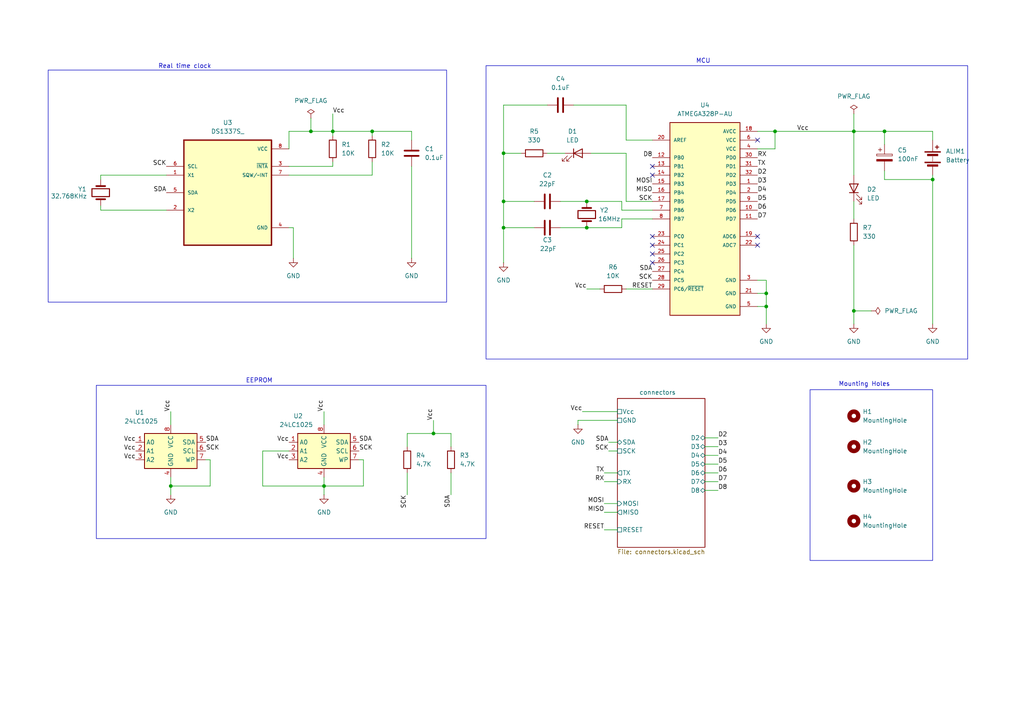
<source format=kicad_sch>
(kicad_sch (version 20231120) (generator "eeschema") (generator_version "8.0")
  (paper "A4")
  (title_block (title "${project_name}") (date "2024-06-07") (rev "1"))
  (lib_symbols
    (symbol "ATMEGA328P-AU:ATMEGA328P-AU" (pin_names (offset 1.016))
      (property "Reference" "U4" (at 0 33.02 0))
      (property "Value" "ATMEGA328P-AU" (at 0 30.48 0))
      (symbol "ATMEGA328P-AU_0_0"
        (rectangle (start -10.16 -27.94) (end 10.16 27.94) (stroke (width 0.254)) (fill (type background)))
        (pin bidirectional line (at 15.24 10.16 180) (length 5.08) (name "PD3") (number "1"))
        (pin bidirectional line (at 15.24 2.54 180) (length 5.08) (name "PD6") (number "10"))
        (pin bidirectional line (at 15.24 0 180) (length 5.08) (name "PD7") (number "11"))
        (pin bidirectional line (at -15.24 17.78 0) (length 5.08) (name "PB0") (number "12"))
        (pin bidirectional line (at -15.24 15.24 0) (length 5.08) (name "PB1") (number "13"))
        (pin bidirectional line (at -15.24 12.7 0) (length 5.08) (name "PB2") (number "14"))
        (pin bidirectional line (at -15.24 10.16 0) (length 5.08) (name "PB3") (number "15"))
        (pin bidirectional line (at -15.24 7.62 0) (length 5.08) (name "PB4") (number "16"))
        (pin bidirectional line (at -15.24 5.08 0) (length 5.08) (name "PB5") (number "17"))
        (pin power_in line (at 15.24 25.4 180) (length 5.08) (name "AVCC") (number "18"))
        (pin bidirectional line (at 15.24 -5.08 180) (length 5.08) (name "ADC6") (number "19"))
        (pin bidirectional line (at 15.24 7.62 180) (length 5.08) (name "PD4") (number "2"))
        (pin input line (at -15.24 22.86 0) (length 5.08) (name "AREF") (number "20"))
        (pin power_in line (at 15.24 -21.59 180) (length 5.08) (name "GND") (number "21"))
        (pin bidirectional line (at 15.24 -7.62 180) (length 5.08) (name "ADC7") (number "22"))
        (pin bidirectional line (at -15.24 -5.08 0) (length 5.08) (name "PC0") (number "23"))
        (pin bidirectional line (at -15.24 -7.62 0) (length 5.08) (name "PC1") (number "24"))
        (pin bidirectional line (at -15.24 -10.16 0) (length 5.08) (name "PC2") (number "25"))
        (pin bidirectional line (at -15.24 -12.7 0) (length 5.08) (name "PC3") (number "26"))
        (pin bidirectional line (at -15.24 -15.24 0) (length 5.08) (name "PC4") (number "27"))
        (pin bidirectional line (at -15.24 -17.78 0) (length 5.08) (name "PC5") (number "28"))
        (pin bidirectional line (at -15.24 -20.32 0) (length 5.08) (name "PC6/~{RESET}") (number "29"))
        (pin power_in line (at 15.24 -17.78 180) (length 5.08) (name "GND") (number "3"))
        (pin bidirectional line (at 15.24 17.78 180) (length 5.08) (name "PD0") (number "30"))
        (pin bidirectional line (at 15.24 15.24 180) (length 5.08) (name "PD1") (number "31"))
        (pin bidirectional line (at 15.24 12.7 180) (length 5.08) (name "PD2") (number "32"))
        (pin power_in line (at 15.24 20.32 180) (length 5.08) (name "VCC") (number "4"))
        (pin power_in line (at 15.24 -25.4 180) (length 5.08) (name "GND") (number "5"))
        (pin power_in line (at 15.24 22.86 180) (length 5.08) (name "VCC") (number "6"))
        (pin bidirectional line (at -15.24 2.54 0) (length 5.08) (name "PB6") (number "7"))
        (pin bidirectional line (at -15.24 0 0) (length 5.08) (name "PB7") (number "8"))
        (pin bidirectional line (at 15.24 5.08 180) (length 5.08) (name "PD5") (number "9"))
      )
    )
    (symbol "DS1337S:DS1337S_" (pin_names (offset 1.016))
      (property "Reference" "U" (at -12.7 16.24 0))
      (property "Value" "DS1337S_" (at -12.7 -19.24 0))
      (symbol "DS1337S__0_0"
        (rectangle (start -12.7 -15.24) (end 12.7 15.24) (stroke (width 0.41)) (fill (type background)))
        (pin input line (at -17.78 5.08 0) (length 5.08) (name "X1") (number "1"))
        (pin bidirectional line (at -17.78 -5.08 0) (length 5.08) (name "X2") (number "2"))
        (pin output line (at 17.78 7.62 180) (length 5.08) (name "~{INTA}") (number "3"))
        (pin power_in line (at 17.78 -10.16 180) (length 5.08) (name "GND") (number "4"))
        (pin bidirectional line (at -17.78 0 0) (length 5.08) (name "SDA") (number "5"))
        (pin input line (at -17.78 7.62 0) (length 5.08) (name "SCL") (number "6"))
        (pin output line (at 17.78 5.08 180) (length 5.08) (name "SQW/~INT") (number "7"))
        (pin power_in line (at 17.78 12.7 180) (length 5.08) (name "VCC") (number "8"))
      )
    )
    (symbol "Device:Battery" (pin_numbers hide) (pin_names (offset 0) hide)
      (property "Reference" "BT" (at 2.54 2.54 0))
      (property "Value" "Battery" (at 2.54 0 0))
      (symbol "Battery_0_1"
        (rectangle (start -2.286 -1.27) (end 2.286 -1.524) (fill (type outline)))
        (rectangle (start -2.286 1.778) (end 2.286 1.524) (fill (type outline)))
        (rectangle (start -1.524 -2.032) (end 1.524 -2.54) (fill (type outline)))
        (rectangle (start -1.524 1.016) (end 1.524 0.508) (fill (type outline)))
        (polyline (pts (xy 0 -1.016) (xy 0 -0.762)))
        (polyline (pts (xy 0 -0.508) (xy 0 -0.254)))
        (polyline (pts (xy 0 0) (xy 0 0.254)))
        (polyline (pts (xy 0 1.778) (xy 0 2.54)))
        (polyline (pts (xy 0.762 3.048) (xy 1.778 3.048)) (stroke (width 0.254)))
        (polyline (pts (xy 1.27 3.556) (xy 1.27 2.54)) (stroke (width 0.254)))
      )
      (symbol "Battery_1_1"
        (pin passive line (at 0 5.08 270) (length 2.54) (name "+") (number "1"))
        (pin passive line (at 0 -5.08 90) (length 2.54) (name "-") (number "2"))
      )
    )
    (symbol "Device:C" (pin_numbers hide) (pin_names (offset 0.254))
      (property "Reference" "C" (at 0.635 2.54 0))
      (property "Value" "C" (at 0.635 -2.54 0))
      (symbol "C_0_1"
        (polyline (pts (xy -2.032 -0.762) (xy 2.032 -0.762)) (stroke (width 0.508)))
        (polyline (pts (xy -2.032 0.762) (xy 2.032 0.762)) (stroke (width 0.508)))
      )
      (symbol "C_1_1"
        (pin passive line (at 0 3.81 270) (length 2.794) (name "~") (number "1"))
        (pin passive line (at 0 -3.81 90) (length 2.794) (name "~") (number "2"))
      )
    )
    (symbol "Device:C_Polarized" (pin_numbers hide) (pin_names (offset 0.254))
      (property "Reference" "C" (at 0.635 2.54 0))
      (property "Value" "C_Polarized" (at 0.635 -2.54 0))
      (symbol "C_Polarized_0_1"
        (rectangle (start -2.286 0.508) (end 2.286 1.016))
        (polyline (pts (xy -1.778 2.286) (xy -0.762 2.286)))
        (polyline (pts (xy -1.27 2.794) (xy -1.27 1.778)))
        (rectangle (start 2.286 -0.508) (end -2.286 -1.016) (fill (type outline)))
      )
      (symbol "C_Polarized_1_1"
        (pin passive line (at 0 3.81 270) (length 2.794) (name "~") (number "1"))
        (pin passive line (at 0 -3.81 90) (length 2.794) (name "~") (number "2"))
      )
    )
    (symbol "Device:Crystal" (pin_numbers hide) (pin_names (offset 1.016) hide)
      (property "Reference" "Y" (at 0 3.81 0))
      (property "Value" "Crystal" (at 0 -3.81 0))
      (symbol "Crystal_0_1"
        (rectangle (start -1.143 2.54) (end 1.143 -2.54) (stroke (width 0.3048)))
        (polyline (pts (xy -2.54 0) (xy -1.905 0)))
        (polyline (pts (xy -1.905 -1.27) (xy -1.905 1.27)) (stroke (width 0.508)))
        (polyline (pts (xy 1.905 -1.27) (xy 1.905 1.27)) (stroke (width 0.508)))
        (polyline (pts (xy 2.54 0) (xy 1.905 0)))
      )
      (symbol "Crystal_1_1"
        (pin passive line (at -3.81 0 0) (length 1.27) (name "1") (number "1"))
        (pin passive line (at 3.81 0 180) (length 1.27) (name "2") (number "2"))
      )
    )
    (symbol "Device:LED" (pin_numbers hide) (pin_names (offset 1.016) hide)
      (property "Reference" "D" (at 0 2.54 0))
      (property "Value" "LED" (at 0 -2.54 0))
      (symbol "LED_0_1"
        (polyline (pts (xy -1.27 -1.27) (xy -1.27 1.27)) (stroke (width 0.254)))
        (polyline (pts (xy -1.27 0) (xy 1.27 0)))
        (polyline (pts (xy 1.27 -1.27) (xy 1.27 1.27) (xy -1.27 0) (xy 1.27 -1.27)) (stroke (width 0.254)))
        (polyline (pts (xy -3.048 -0.762) (xy -4.572 -2.286) (xy -3.81 -2.286) (xy -4.572 -2.286) (xy -4.572 -1.524)))
        (polyline (pts (xy -1.778 -0.762) (xy -3.302 -2.286) (xy -2.54 -2.286) (xy -3.302 -2.286) (xy -3.302 -1.524)))
      )
      (symbol "LED_1_1"
        (pin passive line (at -3.81 0 0) (length 2.54) (name "K") (number "1"))
        (pin passive line (at 3.81 0 180) (length 2.54) (name "A") (number "2"))
      )
    )
    (symbol "Device:R" (pin_numbers hide) (pin_names (offset 0))
      (property "Reference" "R" (at 2.032 0 90))
      (property "Value" "R" (at 0 0 90))
      (symbol "R_0_1"
        (rectangle (start -1.016 -2.54) (end 1.016 2.54) (stroke (width 0.254)))
      )
      (symbol "R_1_1"
        (pin passive line (at 0 3.81 270) (length 1.27) (name "~") (number "1"))
        (pin passive line (at 0 -3.81 90) (length 1.27) (name "~") (number "2"))
      )
    )
    (symbol "Mechanical:MountingHole" (pin_names (offset 1.016)) (exclude_from_sim yes) (in_bom no)
      (property "Reference" "H" (at 0 5.08 0))
      (property "Value" "MountingHole" (at 0 3.175 0))
      (symbol "MountingHole_0_1"
        (circle (center 0 0) (radius 1.27) (stroke (width 1.27)))
      )
    )
    (symbol "Memory_EEPROM:24LC1025"
      (property "Reference" "U" (at -6.35 6.35 0))
      (property "Value" "24LC1025" (at 1.27 6.35 0))
      (symbol "24LC1025_1_1"
        (rectangle (start -7.62 5.08) (end 7.62 -5.08) (stroke (width 0.254)) (fill (type background)))
        (pin input line (at -10.16 2.54 0) (length 2.54) (name "A0") (number "1"))
        (pin input line (at -10.16 0 0) (length 2.54) (name "A1") (number "2"))
        (pin input line (at -10.16 -2.54 0) (length 2.54) (name "A2") (number "3"))
        (pin power_in line (at 0 -7.62 90) (length 2.54) (name "GND") (number "4"))
        (pin bidirectional line (at 10.16 2.54 180) (length 2.54) (name "SDA") (number "5"))
        (pin input line (at 10.16 0 180) (length 2.54) (name "SCL") (number "6"))
        (pin input line (at 10.16 -2.54 180) (length 2.54) (name "WP") (number "7"))
        (pin power_in line (at 0 7.62 270) (length 2.54) (name "VCC") (number "8"))
      )
    )
    (symbol "power:GND" (power) (pin_numbers hide) (pin_names (offset 0) hide)
      (property "Value" "GND" (at 0 -3.81 0))
      (symbol "GND_0_1"
        (polyline (pts (xy 0 0) (xy 0 -1.27) (xy 1.27 -1.27) (xy 0 -2.54) (xy -1.27 -1.27) (xy 0 -1.27)))
      )
      (symbol "GND_1_1"
        (pin power_in line (at 0 0 270) (length 0) (name "~") (number "1"))
      )
    )
    (symbol "power:PWR_FLAG" (power) (pin_numbers hide) (pin_names (offset 0) hide)
      (property "Value" "PWR_FLAG" (at 0 3.81 0))
      (symbol "PWR_FLAG_0_0"
        (pin power_out line (at 0 0 90) (length 0) (name "~") (number "1"))
      )
      (symbol "PWR_FLAG_0_1"
        (polyline (pts (xy 0 0) (xy 0 1.27) (xy -1.016 1.905) (xy 0 2.54) (xy 1.016 1.905) (xy 0 1.27)))
      )
    )
  )
  (junction (at 224.79 38.1))
  (junction (at 222.25 88.9))
  (junction (at 90.17 38.1))
  (junction (at 247.65 38.1))
  (junction (at 125.73 125.73))
  (junction (at 256.54 38.1))
  (junction (at 107.95 38.1))
  (junction (at 170.18 66.04))
  (junction (at 247.65 90.17))
  (junction (at 96.52 38.1))
  (junction (at 222.25 85.09))
  (junction (at 146.05 66.04))
  (junction (at 49.53 140.97))
  (junction (at 170.18 58.42))
  (junction (at 93.98 140.97))
  (junction (at 146.05 58.42))
  (junction (at 270.51 52.07))
  (junction (at 146.05 44.45))
  (no_connect (at 189.23 76.2))
  (no_connect (at 189.23 73.66))
  (no_connect (at 219.71 40.64))
  (no_connect (at 219.71 71.12))
  (no_connect (at 189.23 48.26))
  (no_connect (at 189.23 68.58))
  (no_connect (at 189.23 50.8))
  (no_connect (at 219.71 68.58))
  (no_connect (at 189.23 71.12))
  (wire (pts (xy 85.09 74.93) (xy 85.09 66.04)))
  (wire (pts (xy 180.34 63.5) (xy 180.34 66.04)))
  (wire (pts (xy 175.26 148.59) (xy 179.07 148.59)))
  (wire (pts (xy 76.2 130.81) (xy 76.2 140.97)))
  (wire (pts (xy 118.11 137.16) (xy 118.11 143.51)))
  (wire (pts (xy 167.64 121.92) (xy 179.07 121.92)))
  (wire (pts (xy 247.65 90.17) (xy 252.73 90.17)))
  (wire (pts (xy 181.61 58.42) (xy 181.61 44.45)))
  (wire (pts (xy 204.47 134.62) (xy 208.28 134.62)))
  (wire (pts (xy 181.61 44.45) (xy 171.45 44.45)))
  (wire (pts (xy 158.75 44.45) (xy 163.83 44.45)))
  (wire (pts (xy 93.98 140.97) (xy 93.98 143.51)))
  (wire (pts (xy 105.41 133.35) (xy 105.41 140.97)))
  (wire (pts (xy 224.79 38.1) (xy 219.71 38.1)))
  (wire (pts (xy 107.95 38.1) (xy 107.95 39.37)))
  (wire (pts (xy 96.52 33.02) (xy 96.52 38.1)))
  (wire (pts (xy 219.71 43.18) (xy 224.79 43.18)))
  (wire (pts (xy 175.26 139.7) (xy 179.07 139.7)))
  (wire (pts (xy 176.53 130.81) (xy 179.07 130.81)))
  (wire (pts (xy 130.81 137.16) (xy 130.81 143.51)))
  (wire (pts (xy 176.53 128.27) (xy 179.07 128.27)))
  (wire (pts (xy 107.95 38.1) (xy 119.38 38.1)))
  (wire (pts (xy 222.25 85.09) (xy 222.25 88.9)))
  (wire (pts (xy 83.82 48.26) (xy 96.52 48.26)))
  (wire (pts (xy 175.26 153.67) (xy 179.07 153.67)))
  (wire (pts (xy 224.79 43.18) (xy 224.79 38.1)))
  (wire (pts (xy 107.95 50.8) (xy 107.95 46.99)))
  (wire (pts (xy 219.71 81.28) (xy 222.25 81.28)))
  (wire (pts (xy 118.11 129.54) (xy 118.11 125.73)))
  (wire (pts (xy 59.69 133.35) (xy 60.96 133.35)))
  (wire (pts (xy 270.51 52.07) (xy 256.54 52.07)))
  (wire (pts (xy 146.05 66.04) (xy 146.05 76.2)))
  (wire (pts (xy 204.47 129.54) (xy 208.28 129.54)))
  (wire (pts (xy 60.96 140.97) (xy 49.53 140.97)))
  (wire (pts (xy 204.47 127) (xy 208.28 127)))
  (wire (pts (xy 270.51 38.1) (xy 256.54 38.1)))
  (wire (pts (xy 247.65 58.42) (xy 247.65 63.5)))
  (wire (pts (xy 162.56 58.42) (xy 170.18 58.42)))
  (wire (pts (xy 270.51 52.07) (xy 270.51 93.98)))
  (wire (pts (xy 60.96 133.35) (xy 60.96 140.97)))
  (wire (pts (xy 118.11 125.73) (xy 125.73 125.73)))
  (wire (pts (xy 180.34 60.96) (xy 189.23 60.96)))
  (wire (pts (xy 166.37 30.48) (xy 181.61 30.48)))
  (wire (pts (xy 49.53 140.97) (xy 49.53 143.51)))
  (wire (pts (xy 167.64 123.19) (xy 167.64 121.92)))
  (wire (pts (xy 85.09 66.04) (xy 83.82 66.04)))
  (wire (pts (xy 256.54 38.1) (xy 247.65 38.1)))
  (wire (pts (xy 76.2 140.97) (xy 93.98 140.97)))
  (wire (pts (xy 189.23 58.42) (xy 181.61 58.42)))
  (wire (pts (xy 247.65 33.02) (xy 247.65 38.1)))
  (wire (pts (xy 146.05 58.42) (xy 146.05 66.04)))
  (wire (pts (xy 96.52 38.1) (xy 107.95 38.1)))
  (wire (pts (xy 204.47 137.16) (xy 208.28 137.16)))
  (wire (pts (xy 90.17 34.29) (xy 90.17 38.1)))
  (wire (pts (xy 125.73 121.92) (xy 125.73 125.73)))
  (wire (pts (xy 146.05 44.45) (xy 146.05 58.42)))
  (wire (pts (xy 222.25 81.28) (xy 222.25 85.09)))
  (wire (pts (xy 181.61 30.48) (xy 181.61 40.64)))
  (wire (pts (xy 146.05 66.04) (xy 154.94 66.04)))
  (wire (pts (xy 180.34 66.04) (xy 170.18 66.04)))
  (wire (pts (xy 93.98 119.38) (xy 93.98 123.19)))
  (wire (pts (xy 83.82 130.81) (xy 76.2 130.81)))
  (wire (pts (xy 49.53 138.43) (xy 49.53 140.97)))
  (wire (pts (xy 256.54 38.1) (xy 256.54 41.91)))
  (wire (pts (xy 175.26 137.16) (xy 179.07 137.16)))
  (wire (pts (xy 189.23 63.5) (xy 180.34 63.5)))
  (wire (pts (xy 204.47 132.08) (xy 208.28 132.08)))
  (wire (pts (xy 247.65 38.1) (xy 224.79 38.1)))
  (wire (pts (xy 29.21 50.8) (xy 48.26 50.8)))
  (wire (pts (xy 219.71 88.9) (xy 222.25 88.9)))
  (wire (pts (xy 180.34 58.42) (xy 180.34 60.96)))
  (wire (pts (xy 222.25 85.09) (xy 219.71 85.09)))
  (wire (pts (xy 247.65 71.12) (xy 247.65 90.17)))
  (wire (pts (xy 181.61 83.82) (xy 189.23 83.82)))
  (wire (pts (xy 170.18 83.82) (xy 173.99 83.82)))
  (wire (pts (xy 170.18 58.42) (xy 180.34 58.42)))
  (wire (pts (xy 105.41 140.97) (xy 93.98 140.97)))
  (wire (pts (xy 90.17 38.1) (xy 96.52 38.1)))
  (wire (pts (xy 93.98 138.43) (xy 93.98 140.97)))
  (wire (pts (xy 83.82 38.1) (xy 90.17 38.1)))
  (wire (pts (xy 204.47 142.24) (xy 208.28 142.24)))
  (wire (pts (xy 247.65 38.1) (xy 247.65 50.8)))
  (wire (pts (xy 270.51 50.8) (xy 270.51 52.07)))
  (wire (pts (xy 168.91 119.38) (xy 179.07 119.38)))
  (wire (pts (xy 130.81 125.73) (xy 130.81 129.54)))
  (wire (pts (xy 158.75 30.48) (xy 146.05 30.48)))
  (wire (pts (xy 48.26 60.96) (xy 29.21 60.96)))
  (wire (pts (xy 151.13 44.45) (xy 146.05 44.45)))
  (wire (pts (xy 83.82 43.18) (xy 83.82 38.1)))
  (wire (pts (xy 49.53 119.38) (xy 49.53 123.19)))
  (wire (pts (xy 29.21 60.96) (xy 29.21 59.69)))
  (wire (pts (xy 175.26 146.05) (xy 179.07 146.05)))
  (wire (pts (xy 119.38 38.1) (xy 119.38 40.64)))
  (wire (pts (xy 119.38 48.26) (xy 119.38 74.93)))
  (wire (pts (xy 154.94 58.42) (xy 146.05 58.42)))
  (wire (pts (xy 96.52 38.1) (xy 96.52 39.37)))
  (wire (pts (xy 96.52 48.26) (xy 96.52 46.99)))
  (wire (pts (xy 125.73 125.73) (xy 130.81 125.73)))
  (wire (pts (xy 83.82 50.8) (xy 107.95 50.8)))
  (wire (pts (xy 162.56 66.04) (xy 170.18 66.04)))
  (wire (pts (xy 222.25 88.9) (xy 222.25 93.98)))
  (wire (pts (xy 270.51 40.64) (xy 270.51 38.1)))
  (wire (pts (xy 181.61 40.64) (xy 189.23 40.64)))
  (wire (pts (xy 29.21 52.07) (xy 29.21 50.8)))
  (wire (pts (xy 104.14 133.35) (xy 105.41 133.35)))
  (wire (pts (xy 146.05 30.48) (xy 146.05 44.45)))
  (wire (pts (xy 256.54 49.53) (xy 256.54 52.07)))
  (wire (pts (xy 204.47 139.7) (xy 208.28 139.7)))
  (wire (pts (xy 247.65 90.17) (xy 247.65 93.98)))
  (rectangle (start 13.97 20.32) (end 129.54 87.63))
  (rectangle (start 234.95 113.03) (end 270.51 162.56))
  (rectangle (start 140.97 19.05) (end 280.67 104.14))
  (rectangle (start 27.94 111.76) (end 140.97 156.21))
  (text "EEPROM" (at 75.184 110.49 0) (effects (font (size 1.27 1.27))))
  (text "MCU" (at 203.962 17.78 0) (effects (font (size 1.27 1.27))))
  (text "Mounting Holes" (at 250.698 111.506 0) (effects (font (size 1.27 1.27))))
  (text "Real time clock" (at 53.594 19.304 0) (effects (font (size 1.27 1.27))))
  (label "D7" (at 208.28 139.7 0))
  (label "SDA" (at 189.23 78.74 180))
  (label "MOSI" (at 175.26 146.05 180))
  (label "MISO" (at 175.26 148.59 180))
  (label "RESET" (at 189.23 83.82 180))
  (label "Vcc" (at 96.52 33.02 0))
  (label "D2" (at 208.28 127 0))
  (label "SCK" (at 48.26 48.26 180))
  (label "TX" (at 219.71 48.26 0))
  (label "Vcc" (at 39.37 128.27 180))
  (label "D4" (at 208.28 132.08 0))
  (label "D3" (at 219.71 53.34 0))
  (label "D6" (at 219.71 60.96 0))
  (label "MOSI" (at 189.23 53.34 180))
  (label "Vcc" (at 125.73 121.92 90))
  (label "Vcc" (at 39.37 133.35 180))
  (label "D8" (at 208.28 142.24 0))
  (label "SDA" (at 48.26 55.88 180))
  (label "D4" (at 219.71 55.88 0))
  (label "D3" (at 208.28 129.54 0))
  (label "Vcc" (at 231.14 38.1 0))
  (label "SDA" (at 130.81 143.51 270))
  (label "RX" (at 175.26 139.7 180))
  (label "Vcc" (at 39.37 130.81 180))
  (label "D5" (at 219.71 58.42 0))
  (label "TX" (at 175.26 137.16 180))
  (label "Vcc" (at 170.18 83.82 180))
  (label "MISO" (at 189.23 55.88 180))
  (label "D6" (at 208.28 137.16 0))
  (label "SCK" (at 104.14 130.81 0))
  (label "SCK" (at 189.23 81.28 180))
  (label "D7" (at 219.71 63.5 0))
  (label "SCK" (at 118.11 143.51 270))
  (label "Vcc" (at 83.82 128.27 180))
  (label "SCK" (at 189.23 58.42 180))
  (label "SDA" (at 59.69 128.27 0))
  (label "SCK" (at 176.53 130.81 180))
  (label "D5" (at 208.28 134.62 0))
  (label "Vcc" (at 168.91 119.38 180))
  (label "RESET" (at 175.26 153.67 180))
  (label "RX" (at 219.71 45.72 0))
  (label "SDA" (at 104.14 128.27 0))
  (label "D8" (at 189.23 45.72 180))
  (label "Vcc" (at 83.82 133.35 180))
  (label "D2" (at 219.71 50.8 0))
  (label "Vcc" (at 93.98 119.38 90))
  (label "SDA" (at 176.53 128.27 180))
  (label "SCK" (at 59.69 130.81 0))
  (label "Vcc" (at 49.53 119.38 90))
  (symbol (lib_id "power:GND") (at 119.38 74.93 0) (unit 1)
    (property "Reference" "#PWR02" (effects (hide yes)))
    (property "Value" "GND" (at 119.38 80.01 0))
    (property "Description" "Power symbol creates a global label with name \"GND\" , ground" (effects (hide yes)))
  )
  (symbol (lib_id "Memory_EEPROM:24LC1025") (at 49.53 130.81 0) (unit 1)
    (property "Reference" "U1" (at 39.116 119.634 0) (effects (justify left)))
    (property "Value" "24LC1025" (at 36.068 122.174 0) (effects (justify left)))
    (property "Footprint" "Package_SO:SOIC-8_5.23x5.23mm_P1.27mm" (effects (hide yes)))
    (property "Datasheet" "http://ww1.microchip.com/downloads/en/DeviceDoc/21941B.pdf" (effects (hide yes)))
    (property "Description" "I2C Serial EEPROM, 1024Kb, DIP-8/SOIC-8/TSSOP-8/DFN-8" (effects (hide yes)))
  )
  (symbol (lib_id "Device:R") (at 96.52 43.18 0) (unit 1)
    (property "Reference" "R1" (at 99.06 41.9099 0) (effects (justify left)))
    (property "Value" "10K" (at 99.06 44.4499 0) (effects (justify left)))
    (property "Footprint" "Resistor_SMD:R_0805_2012Metric" (effects (hide yes)))
    (property "Description" "Resistor" (effects (hide yes)))
  )
  (symbol (lib_id "Mechanical:MountingHole") (at 247.65 151.13 0) (unit 1) (exclude_from_sim yes) (in_bom no)
    (property "Reference" "H4" (at 250.19 149.8599 0) (effects (justify left)))
    (property "Value" "MountingHole" (at 250.19 152.3999 0) (effects (justify left)))
    (property "Footprint" "MountingHole:MountingHole_2.1mm" (effects (hide yes)))
    (property "Description" "Mounting Hole without connection" (effects (hide yes)))
  )
  (symbol (lib_id "Device:LED") (at 247.65 54.61 90) (unit 1)
    (property "Reference" "D2" (at 251.46 54.9274 90) (effects (justify right)))
    (property "Value" "LED" (at 251.46 57.4674 90) (effects (justify right)))
    (property "Footprint" "LED_SMD:LED_0805_2012Metric" (effects (hide yes)))
    (property "Description" "Light emitting diode" (effects (hide yes)))
  )
  (symbol (lib_id "Device:R") (at 247.65 67.31 0) (unit 1)
    (property "Reference" "R7" (at 250.19 66.0399 0) (effects (justify left)))
    (property "Value" "330" (at 250.19 68.5799 0) (effects (justify left)))
    (property "Footprint" "Resistor_SMD:R_0805_2012Metric" (effects (hide yes)))
    (property "Description" "Resistor" (effects (hide yes)))
  )
  (symbol (lib_id "Memory_EEPROM:24LC1025") (at 93.98 130.81 0) (unit 1)
    (property "Reference" "U2" (at 85.09 120.65 0) (effects (justify left)))
    (property "Value" "24LC1025" (at 81.026 123.19 0) (effects (justify left)))
    (property "Footprint" "Package_SO:SOIC-8_5.23x5.23mm_P1.27mm" (effects (hide yes)))
    (property "Datasheet" "http://ww1.microchip.com/downloads/en/DeviceDoc/21941B.pdf" (effects (hide yes)))
    (property "Description" "I2C Serial EEPROM, 1024Kb, DIP-8/SOIC-8/TSSOP-8/DFN-8" (effects (hide yes)))
  )
  (symbol (lib_id "Device:C") (at 162.56 30.48 90) (unit 1)
    (property "Reference" "C4" (at 162.56 22.86 90))
    (property "Value" "0.1uF" (at 162.56 25.4 90))
    (property "Footprint" "Capacitor_SMD:C_0805_2012Metric" (effects (hide yes)))
    (property "Description" "Unpolarized capacitor" (effects (hide yes)))
  )
  (symbol (lib_id "Device:R") (at 130.81 133.35 0) (unit 1)
    (property "Reference" "R3" (at 133.35 132.0799 0) (effects (justify left)))
    (property "Value" "4.7K" (at 133.35 134.6199 0) (effects (justify left)))
    (property "Footprint" "Resistor_SMD:R_0805_2012Metric" (effects (hide yes)))
    (property "Description" "Resistor" (effects (hide yes)))
  )
  (symbol (lib_id "power:GND") (at 146.05 76.2 0) (unit 1)
    (property "Reference" "#PWR08" (effects (hide yes)))
    (property "Value" "GND" (at 146.05 81.28 0))
    (property "Description" "Power symbol creates a global label with name \"GND\" , ground" (effects (hide yes)))
  )
  (symbol (lib_id "Device:LED") (at 167.64 44.45 0) (unit 1)
    (property "Reference" "D1" (at 166.0525 38.1 0))
    (property "Value" "LED" (at 166.0525 40.64 0))
    (property "Footprint" "LED_SMD:LED_0805_2012Metric" (effects (hide yes)))
    (property "Description" "Light emitting diode" (effects (hide yes)))
  )
  (symbol (lib_id "power:PWR_FLAG") (at 247.65 33.02 0) (unit 1)
    (property "Reference" "#FLG01" (effects (hide yes)))
    (property "Value" "PWR_FLAG" (at 247.65 27.94 0))
    (property "Description" "Special symbol for telling ERC where power comes from" (effects (hide yes)))
  )
  (symbol (lib_id "Device:C") (at 158.75 58.42 90) (unit 1)
    (property "Reference" "C2" (at 158.75 50.8 90))
    (property "Value" "22pF" (at 158.75 53.34 90))
    (property "Footprint" "Capacitor_SMD:C_0805_2012Metric" (effects (hide yes)))
    (property "Description" "Unpolarized capacitor" (effects (hide yes)))
  )
  (symbol (lib_id "Device:C_Polarized") (at 256.54 45.72 0) (unit 1)
    (property "Reference" "C5" (at 260.35 43.5609 0) (effects (justify left)))
    (property "Value" "100nF" (at 260.35 46.1009 0) (effects (justify left)))
    (property "Footprint" "Capacitor_SMD:C_0805_2012Metric" (effects (hide yes)))
    (property "Description" "Polarized capacitor" (effects (hide yes)))
  )
  (symbol (lib_id "power:GND") (at 167.64 123.19 0) (unit 1)
    (property "Reference" "#PWR09" (effects (hide yes)))
    (property "Value" "GND" (at 167.64 128.27 0))
    (property "Description" "Power symbol creates a global label with name \"GND\" , ground" (effects (hide yes)))
  )
  (symbol (lib_id "ATMEGA328P-AU:ATMEGA328P-AU") (at 204.47 63.5 0) (unit 1)
    (property "Reference" "U4" (at 204.47 30.48 0))
    (property "Value" "ATMEGA328P-AU" (at 204.47 33.02 0))
    (property "Footprint" "ATMEGA328P-AU:QFP80P900X900X120-32N" (effects (hide yes)))
    (property "MF" "Microchip" (effects (hide yes)))
    (property "MAXIMUM_PACKAGE_HEIGHT" "1.20mm" (effects (hide yes)))
    (property "Package" "TQFP-32 Microchip" (effects (hide yes)))
    (property "Price" "None" (effects (hide yes)))
    (property "Check_prices" "https://www.snapeda.com/parts/ATMEGA328P-AU/Microchip/view-part/?ref=eda" (effects (hide yes)))
    (property "STANDARD" "IPC-7351B" (effects (hide yes)))
    (property "PARTREV" "8271A" (effects (hide yes)))
    (property "SnapEDA_Link" "https://www.snapeda.com/parts/ATMEGA328P-AU/Microchip/view-part/?ref=snap" (effects (hide yes)))
    (property "MP" "ATMEGA328P-AU" (effects (hide yes)))
    (property "Purchase-URL" "https://www.snapeda.com/api/url_track_click_mouser/?unipart_id=44280&manufacturer=Microchip&part_name=ATMEGA328P-AU&search_term=atmega328p-au" (effects (hide yes)))
    (property "Description_1" "\nAVR AVR® ATmega Microcontroller IC 8-Bit 20MHz 32KB (16K x 16) FLASH 32-TQFP (7x7)\n" (effects (hide yes)))
    (property "Availability" "In Stock" (effects (hide yes)))
    (property "MANUFACTURER" "Microchip" (effects (hide yes)))
  )
  (symbol (lib_id "Device:C") (at 119.38 44.45 0) (unit 1)
    (property "Reference" "C1" (at 123.19 43.1799 0) (effects (justify left)))
    (property "Value" "0.1uF" (at 123.19 45.7199 0) (effects (justify left)))
    (property "Footprint" "Capacitor_SMD:C_0805_2012Metric" (effects (hide yes)))
    (property "Description" "Unpolarized capacitor" (effects (hide yes)))
  )
  (symbol (lib_id "power:PWR_FLAG") (at 252.73 90.17 270) (unit 1)
    (property "Reference" "#FLG02" (effects (hide yes)))
    (property "Value" "PWR_FLAG" (at 256.54 90.1699 90) (effects (justify left)))
    (property "Description" "Special symbol for telling ERC where power comes from" (effects (hide yes)))
  )
  (symbol (lib_id "Device:Crystal") (at 170.18 62.23 90) (unit 1)
    (property "Reference" "Y2" (at 173.99 60.9599 90) (effects (justify right)))
    (property "Value" "16MHz" (at 173.482 63.5 90) (effects (justify right)))
    (property "Footprint" "Crystal:Crystal_SMD_5032-2Pin_5.0x3.2mm_HandSoldering" (effects (hide yes)))
    (property "Description" "Two pin crystal" (effects (hide yes)))
  )
  (symbol (lib_id "power:GND") (at 93.98 143.51 0) (unit 1)
    (property "Reference" "#PWR03" (effects (hide yes)))
    (property "Value" "GND" (at 93.98 148.59 0))
    (property "Description" "Power symbol creates a global label with name \"GND\" , ground" (effects (hide yes)))
  )
  (symbol (lib_id "Mechanical:MountingHole") (at 247.65 129.54 0) (unit 1) (exclude_from_sim yes) (in_bom no)
    (property "Reference" "H2" (at 250.19 128.2699 0) (effects (justify left)))
    (property "Value" "MountingHole" (at 250.19 130.8099 0) (effects (justify left)))
    (property "Footprint" "MountingHole:MountingHole_2.1mm" (effects (hide yes)))
    (property "Description" "Mounting Hole without connection" (effects (hide yes)))
  )
  (symbol (lib_id "power:GND") (at 270.51 93.98 0) (unit 1)
    (property "Reference" "#PWR07" (effects (hide yes)))
    (property "Value" "GND" (at 270.51 99.06 0))
    (property "Description" "Power symbol creates a global label with name \"GND\" , ground" (effects (hide yes)))
  )
  (symbol (lib_id "Device:R") (at 177.8 83.82 90) (unit 1)
    (property "Reference" "R6" (at 177.8 77.47 90))
    (property "Value" "10K" (at 177.8 80.01 90))
    (property "Footprint" "Resistor_SMD:R_0805_2012Metric" (effects (hide yes)))
    (property "Description" "Resistor" (effects (hide yes)))
  )
  (symbol (lib_id "power:PWR_FLAG") (at 90.17 34.29 0) (unit 1)
    (property "Reference" "#FLG03" (effects (hide yes)))
    (property "Value" "PWR_FLAG" (at 90.17 29.21 0))
    (property "Description" "Special symbol for telling ERC where power comes from" (effects (hide yes)))
  )
  (symbol (lib_id "power:GND") (at 49.53 143.51 0) (unit 1)
    (property "Reference" "#PWR04" (effects (hide yes)))
    (property "Value" "GND" (at 49.53 148.59 0))
    (property "Description" "Power symbol creates a global label with name \"GND\" , ground" (effects (hide yes)))
  )
  (symbol (lib_id "Device:C") (at 158.75 66.04 90) (unit 1)
    (property "Reference" "C3" (at 158.75 69.596 90))
    (property "Value" "22pF" (at 159.004 72.136 90))
    (property "Footprint" "Capacitor_SMD:C_0805_2012Metric" (effects (hide yes)))
    (property "Description" "Unpolarized capacitor" (effects (hide yes)))
  )
  (symbol (lib_id "Mechanical:MountingHole") (at 247.65 140.97 0) (unit 1) (exclude_from_sim yes) (in_bom no)
    (property "Reference" "H3" (at 250.19 139.6999 0) (effects (justify left)))
    (property "Value" "MountingHole" (at 250.19 142.2399 0) (effects (justify left)))
    (property "Footprint" "MountingHole:MountingHole_2.1mm" (effects (hide yes)))
    (property "Description" "Mounting Hole without connection" (effects (hide yes)))
  )
  (symbol (lib_id "DS1337S:DS1337S_") (at 66.04 55.88 0) (unit 1)
    (property "Reference" "U3" (at 66.04 35.56 0))
    (property "Value" "DS1337S_" (at 66.04 38.1 0))
    (property "Footprint" "DS1337S_:SOIC127P600X175-8N" (effects (hide yes)))
    (property "MF" "Analog Devices" (effects (hide yes)))
    (property "Description_1" "\nReal Time Clock (RTC) IC Clock/Calendar - I²C, 2-Wire Serial 8-SOIC (0.154, 3.90mm Width)\n" (effects (hide yes)))
    (property "Package" "SOIC-8 Maxim" (effects (hide yes)))
    (property "Price" "None" (effects (hide yes)))
    (property "SnapEDA_Link" "https://www.snapeda.com/parts/DS1337S/Analog+Devices/view-part/?ref=snap" (effects (hide yes)))
    (property "MP" "DS1337S" (effects (hide yes)))
    (property "Purchase-URL" "https://www.snapeda.com/api/url_track_click_mouser/?unipart_id=2748190&manufacturer=Analog Devices&part_name=DS1337S&search_term=ds1337s" (effects (hide yes)))
    (property "Availability" "In Stock" (effects (hide yes)))
    (property "Check_prices" "https://www.snapeda.com/parts/DS1337S/Analog+Devices/view-part/?ref=eda" (effects (hide yes)))
  )
  (symbol (lib_id "Device:Battery") (at 270.51 45.72 0) (unit 1)
    (property "Reference" "ALIM1" (at 274.32 43.8784 0) (effects (justify left)))
    (property "Value" "Battery" (at 274.32 46.4184 0) (effects (justify left)))
    (property "Footprint" "Connector_PinHeader_2.54mm:PinHeader_1x02_P2.54mm_Vertical" (effects (hide yes)))
    (property "Description" "Multiple-cell battery" (effects (hide yes)))
  )
  (symbol (lib_id "power:GND") (at 85.09 74.93 0) (unit 1)
    (property "Reference" "#PWR01" (effects (hide yes)))
    (property "Value" "GND" (at 85.09 80.01 0))
    (property "Description" "Power symbol creates a global label with name \"GND\" , ground" (effects (hide yes)))
  )
  (symbol (lib_id "power:GND") (at 247.65 93.98 0) (unit 1)
    (property "Reference" "#PWR06" (effects (hide yes)))
    (property "Value" "GND" (at 247.65 99.06 0))
    (property "Description" "Power symbol creates a global label with name \"GND\" , ground" (effects (hide yes)))
  )
  (symbol (lib_id "Mechanical:MountingHole") (at 247.65 120.65 0) (unit 1) (exclude_from_sim yes) (in_bom no)
    (property "Reference" "H1" (at 250.19 119.3799 0) (effects (justify left)))
    (property "Value" "MountingHole" (at 250.19 121.9199 0) (effects (justify left)))
    (property "Footprint" "MountingHole:MountingHole_2.1mm" (effects (hide yes)))
    (property "Description" "Mounting Hole without connection" (effects (hide yes)))
  )
  (symbol (lib_id "Device:R") (at 107.95 43.18 0) (unit 1)
    (property "Reference" "R2" (at 110.49 41.9099 0) (effects (justify left)))
    (property "Value" "10K" (at 110.49 44.4499 0) (effects (justify left)))
    (property "Footprint" "Resistor_SMD:R_0805_2012Metric" (effects (hide yes)))
    (property "Description" "Resistor" (effects (hide yes)))
  )
  (symbol (lib_id "Device:Crystal") (at 29.21 55.88 90) (unit 1)
    (property "Reference" "Y1" (at 22.606 54.864 90) (effects (justify right)))
    (property "Value" "32.768KHz" (at 14.732 56.896 90) (effects (justify right)))
    (property "Footprint" "Crystal:Crystal_SMD_5032-2Pin_5.0x3.2mm_HandSoldering" (effects (hide yes)))
    (property "Description" "Two pin crystal" (effects (hide yes)))
  )
  (symbol (lib_id "Device:R") (at 118.11 133.35 180) (unit 1)
    (property "Reference" "R4" (at 120.65 132.0799 0) (effects (justify right)))
    (property "Value" "4.7K" (at 120.65 134.6199 0) (effects (justify right)))
    (property "Footprint" "Resistor_SMD:R_0805_2012Metric" (effects (hide yes)))
    (property "Description" "Resistor" (effects (hide yes)))
  )
  (symbol (lib_id "power:GND") (at 222.25 93.98 0) (unit 1)
    (property "Reference" "#PWR05" (effects (hide yes)))
    (property "Value" "GND" (at 222.25 99.06 0))
    (property "Description" "Power symbol creates a global label with name \"GND\" , ground" (effects (hide yes)))
  )
  (symbol (lib_id "Device:R") (at 154.94 44.45 90) (unit 1)
    (property "Reference" "R5" (at 154.94 38.1 90))
    (property "Value" "330" (at 154.94 40.64 90))
    (property "Footprint" "Resistor_SMD:R_0805_2012Metric" (effects (hide yes)))
    (property "Description" "Resistor" (effects (hide yes)))
  )
  (sheet (at 179.07 115.57) (size 25.4 43.18) (stroke (width 0.1524))
    (property "Sheetname" "connectors" (at 185.42 114.554 0) (effects (justify left bottom)))
    (property "Sheetfile" "connectors.kicad_sch" (at 179.07 159.3346 0) (effects (justify left top)))
    (pin "Vcc" passive (at 179.07 119.38 180))
    (pin "GND" passive (at 179.07 121.92 180))
    (pin "RX" input (at 179.07 139.7 180))
    (pin "TX" output (at 179.07 137.16 180))
    (pin "SCK" passive (at 179.07 130.81 180))
    (pin "SDA" bidirectional (at 179.07 128.27 180))
    (pin "D5" bidirectional (at 204.47 134.62 0))
    (pin "D4" bidirectional (at 204.47 132.08 0))
    (pin "D2" bidirectional (at 204.47 127 0))
    (pin "D3" bidirectional (at 204.47 129.54 0))
    (pin "D7" bidirectional (at 204.47 139.7 0))
    (pin "D6" bidirectional (at 204.47 137.16 0))
    (pin "D8" bidirectional (at 204.47 142.24 0))
    (pin "MISO" output (at 179.07 148.59 180))
    (pin "MOSI" input (at 179.07 146.05 180))
    (pin "RESET" passive (at 179.07 153.67 180))
  )
)
</source>
